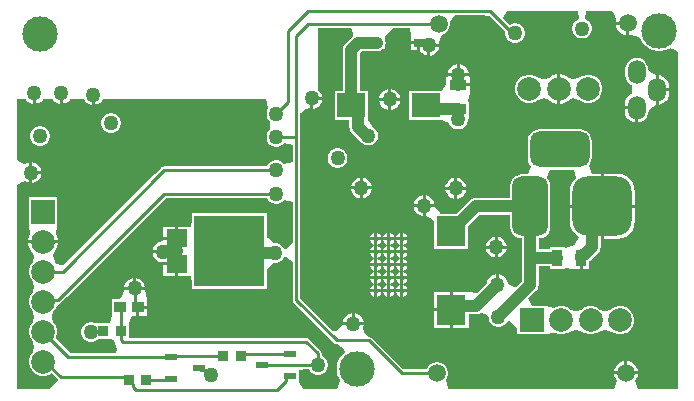
<source format=gbr>
%TF.GenerationSoftware,Altium Limited,Altium Designer,23.4.1 (23)*%
G04 Layer_Physical_Order=4*
G04 Layer_Color=16711680*
%FSLAX45Y45*%
%MOMM*%
%TF.SameCoordinates,95043EA5-DFE4-4E97-A360-3BE786514F03*%
%TF.FilePolarity,Positive*%
%TF.FileFunction,Copper,L4,Bot,Signal*%
%TF.Part,Single*%
G01*
G75*
%TA.AperFunction,SMDPad,CuDef*%
%ADD15R,0.95000X0.95000*%
%ADD18R,1.00000X0.95000*%
%TA.AperFunction,Conductor*%
%ADD22C,1.00000*%
%ADD23C,0.25400*%
%ADD25C,0.50000*%
%TA.AperFunction,ComponentPad*%
%ADD26C,2.00000*%
%ADD27R,2.00000X2.00000*%
%TA.AperFunction,ViaPad*%
%ADD28C,3.00000*%
%TA.AperFunction,ComponentPad*%
%ADD29O,1.50000X1.52400*%
%ADD30C,1.50000*%
%ADD31O,1.50000X2.00000*%
G04:AMPARAMS|DCode=32|XSize=5mm|YSize=3mm|CornerRadius=0.75mm|HoleSize=0mm|Usage=FLASHONLY|Rotation=180.000|XOffset=0mm|YOffset=0mm|HoleType=Round|Shape=RoundedRectangle|*
%AMROUNDEDRECTD32*
21,1,5.00000,1.50000,0,0,180.0*
21,1,3.50000,3.00000,0,0,180.0*
1,1,1.50000,-1.75000,0.75000*
1,1,1.50000,1.75000,0.75000*
1,1,1.50000,1.75000,-0.75000*
1,1,1.50000,-1.75000,-0.75000*
%
%ADD32ROUNDEDRECTD32*%
G04:AMPARAMS|DCode=33|XSize=3mm|YSize=5mm|CornerRadius=0.75mm|HoleSize=0mm|Usage=FLASHONLY|Rotation=180.000|XOffset=0mm|YOffset=0mm|HoleType=Round|Shape=RoundedRectangle|*
%AMROUNDEDRECTD33*
21,1,3.00000,3.50000,0,0,180.0*
21,1,1.50000,5.00000,0,0,180.0*
1,1,1.50000,-0.75000,1.75000*
1,1,1.50000,0.75000,1.75000*
1,1,1.50000,0.75000,-1.75000*
1,1,1.50000,-0.75000,-1.75000*
%
%ADD33ROUNDEDRECTD33*%
G04:AMPARAMS|DCode=34|XSize=5mm|YSize=5mm|CornerRadius=1.25mm|HoleSize=0mm|Usage=FLASHONLY|Rotation=180.000|XOffset=0mm|YOffset=0mm|HoleType=Round|Shape=RoundedRectangle|*
%AMROUNDEDRECTD34*
21,1,5.00000,2.50000,0,0,180.0*
21,1,2.50000,5.00000,0,0,180.0*
1,1,2.50000,-1.25000,1.25000*
1,1,2.50000,1.25000,1.25000*
1,1,2.50000,1.25000,-1.25000*
1,1,2.50000,-1.25000,-1.25000*
%
%ADD34ROUNDEDRECTD34*%
%ADD35R,2.00000X2.00000*%
%TA.AperFunction,ViaPad*%
%ADD36C,1.27000*%
%ADD37C,0.50000*%
%TA.AperFunction,SMDPad,CuDef*%
%ADD38R,6.00000X6.00000*%
%ADD39R,1.80000X1.50000*%
%ADD40R,2.45000X2.55000*%
%ADD41R,1.45000X0.85000*%
%ADD42R,0.85000X1.45000*%
%ADD43R,0.85000X0.70000*%
%ADD44R,2.40000X2.10000*%
%ADD45R,1.00000X0.60000*%
G36*
X5106501Y3229230D02*
X5128473Y3180000D01*
X5125274Y3172277D01*
X5123337Y3157567D01*
X5223089D01*
Y3144867D01*
X5235789D01*
Y3044072D01*
X5249299Y3045851D01*
X5251878Y3046919D01*
X5291312Y3038200D01*
X5310774Y3029706D01*
X5333497Y3013601D01*
X5339348Y2999475D01*
X5357952Y2971632D01*
X5381631Y2947953D01*
X5409475Y2929348D01*
X5440413Y2916533D01*
X5473257Y2910000D01*
X5506743D01*
X5539587Y2916533D01*
X5570525Y2929348D01*
X5580000Y2935679D01*
X5634578Y2914736D01*
X5650000Y2900589D01*
Y50000D01*
X5315715D01*
X5294954Y87775D01*
X5287699Y120000D01*
X5297699Y133033D01*
X5307816Y157457D01*
X5309752Y172167D01*
X5110248D01*
X5112184Y157457D01*
X5122301Y133033D01*
X5132301Y120000D01*
X5125046Y87775D01*
X5104285Y50000D01*
X3708427D01*
X3705905Y53395D01*
X3684350Y120000D01*
X3686019Y121669D01*
X3698525Y143331D01*
X3705000Y167493D01*
Y192507D01*
X3698525Y216668D01*
X3686019Y238331D01*
X3668331Y256019D01*
X3646668Y268525D01*
X3622507Y275000D01*
X3597493D01*
X3573331Y268525D01*
X3551669Y256019D01*
X3533981Y238331D01*
X3521474Y216668D01*
X3520582Y213341D01*
X3323810D01*
X3107172Y429979D01*
X3057675Y479477D01*
X3057674Y479477D01*
X3053576Y483575D01*
X3042759Y490802D01*
X3036811Y491986D01*
X3001600Y513097D01*
X2981488Y563341D01*
X2982842Y565686D01*
X2988633Y587300D01*
X2809961D01*
X2755667Y539804D01*
X2755353Y539672D01*
X2735451Y535448D01*
X2729156Y537994D01*
X2453341Y813810D01*
Y2084672D01*
X2453341Y2154672D01*
Y2205328D01*
D01*
X2453341Y2224672D01*
Y2386290D01*
X2455249Y2388674D01*
X2503727Y2419543D01*
X2523341Y2425107D01*
X2537300Y2421367D01*
Y2510000D01*
X2550000D01*
Y2522700D01*
X2638633D01*
X2632842Y2544314D01*
X2621138Y2564586D01*
X2604586Y2581138D01*
X2600000Y2583786D01*
Y3106660D01*
X2882492D01*
X2901702Y3058171D01*
X2901875Y3036659D01*
X2893656Y3030353D01*
X2835077Y2971774D01*
X2823857Y2957151D01*
X2816803Y2940123D01*
X2814397Y2921849D01*
Y2575004D01*
X2745001D01*
Y2325004D01*
X2867152D01*
Y2265626D01*
X2869558Y2247353D01*
X2876611Y2230324D01*
X2887831Y2215702D01*
X2954744Y2148789D01*
X2961183Y2143848D01*
X2962090Y2142278D01*
X2977636Y2126731D01*
X2996677Y2115738D01*
X3017914Y2110048D01*
X3039899D01*
X3061136Y2115738D01*
X3080177Y2126731D01*
X3095723Y2142278D01*
X3106716Y2161318D01*
X3112407Y2182555D01*
Y2204541D01*
X3106716Y2225778D01*
X3095723Y2244818D01*
X3080177Y2260365D01*
X3062534Y2270550D01*
X3025001Y2325004D01*
Y2575004D01*
X2955605D01*
Y2892604D01*
X2972825Y2909824D01*
X3105001D01*
X3123275Y2912230D01*
X3140303Y2919283D01*
X3148311Y2925428D01*
X3167502D01*
X3172755Y2961083D01*
X3173199Y2962155D01*
X3175604Y2980412D01*
X3175606Y2980428D01*
X3173199Y2998702D01*
X3172755Y2999774D01*
X3167501Y3035428D01*
X3167468Y3036659D01*
X3235594Y3106660D01*
X3377039D01*
X3387103Y3040828D01*
X3387103Y3036659D01*
Y2993128D01*
X3455002D01*
Y2980428D01*
X3467702D01*
Y2907423D01*
X3468862Y2905414D01*
X3485414Y2888862D01*
X3505686Y2877158D01*
X3527300Y2871367D01*
Y2960000D01*
X3540000D01*
Y2972700D01*
X3628633D01*
X3628017Y2975000D01*
X3631572Y3007831D01*
X3658659Y3049773D01*
X3665202Y3054617D01*
X3681420Y3063981D01*
X3699108Y3081669D01*
X3711615Y3103332D01*
X3718089Y3127493D01*
Y3152507D01*
X3756096Y3207476D01*
X3769355Y3216660D01*
X3987707D01*
X4054334Y3208516D01*
X4119006Y3143844D01*
Y3143843D01*
X4119006Y3143843D01*
X4119006Y3143843D01*
X4119006Y3143842D01*
X4184600Y3078249D01*
Y3078249D01*
X4184601Y3078248D01*
X4185601Y3062846D01*
X4186500Y3049007D01*
X4192189Y3027774D01*
X4192190Y3027770D01*
X4203183Y3008730D01*
X4218730Y2993183D01*
X4237770Y2982190D01*
X4259007Y2976500D01*
X4280993D01*
X4302230Y2982190D01*
X4321270Y2993183D01*
X4336817Y3008730D01*
X4347810Y3027770D01*
X4353500Y3049007D01*
Y3070993D01*
X4347810Y3092230D01*
X4336817Y3111270D01*
X4321270Y3126817D01*
X4302230Y3137810D01*
X4280993Y3143500D01*
X4259007D01*
X4237770Y3137810D01*
X4229063Y3132782D01*
X4226087Y3131065D01*
X4171822Y3185329D01*
X4198610Y3250000D01*
X4806729D01*
X4815635Y3182354D01*
X4807770Y3177810D01*
X4788730Y3166817D01*
X4773183Y3151270D01*
X4762190Y3132230D01*
X4756500Y3110993D01*
Y3089007D01*
X4762190Y3067770D01*
X4773183Y3048730D01*
X4788730Y3033183D01*
X4807770Y3022190D01*
X4829007Y3016500D01*
X4850993D01*
X4872230Y3022190D01*
X4891270Y3033183D01*
X4906817Y3048730D01*
X4917810Y3067770D01*
X4923500Y3089007D01*
Y3110993D01*
X4917810Y3132230D01*
X4906817Y3151270D01*
X4891270Y3166817D01*
X4880961Y3172769D01*
X4872230Y3177810D01*
X4864365Y3182354D01*
X4873271Y3250000D01*
X5088055D01*
X5106501Y3229230D01*
D02*
G37*
G36*
X442700Y2461367D02*
X464314Y2467158D01*
X484586Y2478862D01*
X501138Y2495414D01*
X503785Y2500000D01*
X620441D01*
X628862Y2485414D01*
X645414Y2468862D01*
X665686Y2457158D01*
X687300Y2451367D01*
Y2540000D01*
X712700D01*
Y2451367D01*
X734314Y2457158D01*
X754586Y2468862D01*
X771138Y2485414D01*
X779559Y2500000D01*
X2158022D01*
X2158229Y2499730D01*
X2183183Y2431270D01*
X2172190Y2412230D01*
X2166500Y2390993D01*
Y2369007D01*
X2172190Y2347770D01*
X2183183Y2328730D01*
X2192204Y2319709D01*
X2192240Y2319621D01*
X2195772Y2280000D01*
X2192240Y2240379D01*
X2192204Y2240291D01*
X2183183Y2231270D01*
X2172190Y2212230D01*
X2166500Y2190993D01*
Y2169007D01*
X2172190Y2147770D01*
X2183183Y2128730D01*
X2198730Y2113183D01*
X2217770Y2102190D01*
X2239007Y2096500D01*
X2260993D01*
X2282230Y2102190D01*
X2301270Y2113183D01*
X2316659Y2128572D01*
X2317403Y2128570D01*
X2386659Y2109701D01*
Y1970299D01*
X2317403Y1951430D01*
X2316659Y1951428D01*
X2301270Y1966817D01*
X2282230Y1977810D01*
X2260993Y1983500D01*
X2239007D01*
X2217770Y1977810D01*
X2198730Y1966817D01*
X2183183Y1951270D01*
X2172832Y1933341D01*
X1375797D01*
X1305797Y1933341D01*
X1305796Y1933341D01*
X1300000D01*
X1287241Y1930803D01*
X1276425Y1923575D01*
X1272326Y1919477D01*
X1272326Y1919477D01*
X1222828Y1869979D01*
X455464Y1102615D01*
X441214Y1099648D01*
X385495Y1109595D01*
X357298Y1174477D01*
X365493Y1209153D01*
X375347Y1219007D01*
X391856Y1247602D01*
X400402Y1279495D01*
Y1283304D01*
X275002D01*
X149602D01*
Y1279495D01*
X158148Y1247602D01*
X174657Y1219007D01*
X184511Y1209153D01*
X193673Y1170385D01*
X185399Y1122107D01*
X178978Y1115686D01*
X163180Y1088322D01*
X155002Y1057802D01*
Y1026206D01*
X163180Y995686D01*
X178978Y968322D01*
X189352Y957948D01*
X196305Y915004D01*
X189352Y872060D01*
X178978Y861686D01*
X163180Y834322D01*
X155002Y803802D01*
Y772206D01*
X163180Y741686D01*
X178978Y714322D01*
X189352Y703948D01*
X196305Y661004D01*
X189352Y618060D01*
X178978Y607686D01*
X163180Y580322D01*
X155002Y549802D01*
Y518206D01*
X163180Y487686D01*
X178978Y460322D01*
X189352Y449948D01*
X196305Y407004D01*
X189352Y364060D01*
X178978Y353686D01*
X163180Y326322D01*
X155002Y295802D01*
Y264206D01*
X163180Y233686D01*
X178978Y206322D01*
X201320Y183980D01*
X228683Y168182D01*
X259203Y160004D01*
X290800D01*
X321320Y168182D01*
X342655Y180500D01*
X345632Y182218D01*
X397326Y130523D01*
X398268Y120000D01*
X337197Y50000D01*
X50000D01*
Y1775281D01*
X100103Y1801002D01*
X120000Y1806215D01*
X135686Y1797158D01*
X157300Y1791367D01*
Y1880000D01*
Y1968633D01*
X135686Y1962842D01*
X120000Y1953786D01*
X100103Y1958998D01*
X50000Y1984719D01*
Y2500000D01*
X126215D01*
X128862Y2495414D01*
X145414Y2478862D01*
X165686Y2467158D01*
X187300Y2461367D01*
Y2550000D01*
X212700D01*
Y2461367D01*
X234314Y2467158D01*
X254586Y2478862D01*
X271138Y2495414D01*
X273786Y2500000D01*
X356214D01*
X358862Y2495414D01*
X375414Y2478862D01*
X395686Y2467158D01*
X417300Y2461367D01*
Y2550000D01*
X442700D01*
Y2461367D01*
D02*
G37*
G36*
X2183183Y1648730D02*
X2198730Y1633183D01*
X2217770Y1622190D01*
X2239007Y1616500D01*
X2260993D01*
X2282230Y1622190D01*
X2301270Y1633183D01*
X2316659Y1648572D01*
X2317403Y1648570D01*
X2386659Y1629701D01*
Y1280741D01*
X2335329Y1235668D01*
X2335329Y1235667D01*
X2335328D01*
Y1235668D01*
X2317810Y1232230D01*
X2317027Y1233585D01*
X2306817Y1251270D01*
X2291270Y1266817D01*
X2272230Y1277809D01*
X2250993Y1283500D01*
X2229007D01*
X2179566Y1326177D01*
X2172508Y1338280D01*
Y1535000D01*
X1532508D01*
Y1488920D01*
X1522898Y1422900D01*
X1462508Y1422900D01*
X1420199D01*
Y1322501D01*
X1407499D01*
Y1309801D01*
X1292099D01*
Y1298900D01*
X1278296D01*
X1255686Y1292842D01*
X1235414Y1281138D01*
X1218862Y1264586D01*
X1207158Y1244314D01*
X1201367Y1222700D01*
X1290000D01*
Y1197300D01*
X1201367D01*
X1207158Y1175686D01*
X1218862Y1155414D01*
X1235414Y1138862D01*
X1255686Y1127159D01*
X1278296Y1121100D01*
X1292099D01*
Y1120200D01*
X1407499D01*
Y1107500D01*
X1420199D01*
Y1007100D01*
X1462508D01*
X1522898Y1007100D01*
X1532508Y941080D01*
Y895000D01*
X2172508D01*
Y1061719D01*
X2179566Y1073823D01*
X2229007Y1116500D01*
X2250993D01*
X2272230Y1122190D01*
X2291270Y1133183D01*
X2306817Y1148730D01*
X2317027Y1166414D01*
X2317810Y1167770D01*
X2335328Y1164332D01*
Y1164332D01*
X2335329D01*
Y1164332D01*
X2386659Y1119259D01*
Y875797D01*
X2386659Y805797D01*
X2386659Y805796D01*
Y800000D01*
X2389197Y787241D01*
X2396425Y776424D01*
X2400523Y772326D01*
X2400523Y772325D01*
X2450021Y722828D01*
X2682828Y490021D01*
X2710556Y462292D01*
X2732325Y440523D01*
X2732327Y440522D01*
X2736424Y436424D01*
X2736425Y436424D01*
X2747241Y429197D01*
X2747245Y429197D01*
X2760000Y426659D01*
X2765797Y426659D01*
X2819346Y386943D01*
X2828533Y356659D01*
X2821631Y352048D01*
X2797952Y328369D01*
X2779348Y300525D01*
X2766533Y269587D01*
X2760000Y236743D01*
Y203257D01*
X2766533Y170413D01*
X2779348Y139475D01*
X2792361Y120000D01*
X2784058Y88712D01*
X2760589Y50000D01*
X2474138D01*
X2437926Y105001D01*
X2437926Y205000D01*
X2503095Y216659D01*
X2522832D01*
X2533183Y198730D01*
X2548730Y183183D01*
X2567770Y172190D01*
X2589007Y166500D01*
X2610993D01*
X2632230Y172190D01*
X2651270Y183183D01*
X2666817Y198730D01*
X2677809Y217770D01*
X2683500Y239007D01*
Y260993D01*
X2677809Y282230D01*
X2666817Y301270D01*
X2651270Y316817D01*
X2647209Y319162D01*
X2633340Y348423D01*
X2633341Y350000D01*
X2633340Y350001D01*
X2630803Y362759D01*
X2630800Y362763D01*
X2623575Y373576D01*
X2619476Y377675D01*
X2619476Y377675D01*
X2527675Y469476D01*
Y469477D01*
X2527671Y469480D01*
X2523575Y473575D01*
X2512762Y480800D01*
X2512759Y480803D01*
X2500001Y483341D01*
X2500000Y483341D01*
X2494205Y483341D01*
X2494203Y483341D01*
X2463417Y483341D01*
X2424203D01*
X1002501D01*
Y597100D01*
X1002501Y607499D01*
X1027606Y667100D01*
X1062299Y667100D01*
Y740001D01*
X1074999D01*
Y752701D01*
X1150399D01*
Y812900D01*
X1150399D01*
X1137454Y882900D01*
X1138633Y887300D01*
X961367D01*
X963992Y877501D01*
X943803Y835568D01*
X922038Y807500D01*
X854997D01*
Y676464D01*
X854819Y671541D01*
X842929Y607499D01*
X797500Y607499D01*
X717499D01*
X717499Y607499D01*
X690993Y613500D01*
X669009Y613500D01*
X669007Y613500D01*
X647770Y607810D01*
X628730Y596817D01*
X613183Y581270D01*
X602190Y562230D01*
X596500Y540993D01*
Y519007D01*
X602190Y497770D01*
X613183Y478730D01*
X628730Y463183D01*
X647770Y452190D01*
X669007Y446500D01*
X690993D01*
X712230Y452190D01*
X731270Y463183D01*
X740586Y472499D01*
X837215Y472499D01*
X841558Y471993D01*
X872950Y462094D01*
X876596Y460240D01*
X902473Y381570D01*
X893549Y364859D01*
X885387Y353341D01*
X502816D01*
X380106Y476050D01*
X381653Y478729D01*
X386824Y487686D01*
X395002Y518206D01*
Y549802D01*
X386824Y580322D01*
X371026Y607686D01*
X360651Y618060D01*
X353699Y661004D01*
X360651Y703948D01*
X371026Y714322D01*
X380655Y731000D01*
X428382Y781231D01*
X477879Y830729D01*
X1313810Y1666659D01*
X2172832D01*
X2183183Y1648730D01*
D02*
G37*
%LPC*%
G36*
X5210389Y3132167D02*
X5123337D01*
X5125274Y3117457D01*
X5135390Y3093033D01*
X5151483Y3072060D01*
X5172456Y3055967D01*
X5196880Y3045851D01*
X5210389Y3044072D01*
Y3132167D01*
D02*
G37*
G36*
X3442302Y2967728D02*
X3387103D01*
Y2920028D01*
X3442302D01*
Y2967728D01*
D02*
G37*
G36*
X3628633Y2947300D02*
X3552700D01*
Y2871367D01*
X3574314Y2877158D01*
X3594586Y2888862D01*
X3611138Y2905414D01*
X3622842Y2925686D01*
X3628633Y2947300D01*
D02*
G37*
G36*
X3802700Y2798633D02*
Y2722700D01*
X3878633D01*
X3872842Y2744314D01*
X3861138Y2764586D01*
X3844586Y2781138D01*
X3824314Y2792842D01*
X3802700Y2798633D01*
D02*
G37*
G36*
X3777300D02*
X3755686Y2792842D01*
X3735414Y2781138D01*
X3718862Y2764586D01*
X3707158Y2744314D01*
X3701367Y2722700D01*
X3777300D01*
Y2798633D01*
D02*
G37*
G36*
X4627300Y2715400D02*
X4623491D01*
X4591598Y2706854D01*
X4563003Y2690345D01*
X4555685Y2683027D01*
X4515917Y2671983D01*
X4467567Y2682138D01*
X4463682Y2686024D01*
X4436319Y2701822D01*
X4405798Y2710000D01*
X4374202D01*
X4343682Y2701822D01*
X4316318Y2686024D01*
X4293976Y2663682D01*
X4278178Y2636318D01*
X4270000Y2605798D01*
Y2574202D01*
X4278178Y2543681D01*
X4293976Y2516318D01*
X4316318Y2493976D01*
X4343682Y2478178D01*
X4374202Y2470000D01*
X4405798D01*
X4436319Y2478178D01*
X4463682Y2493976D01*
X4467567Y2497861D01*
X4515917Y2508017D01*
X4555685Y2496973D01*
X4563003Y2489655D01*
X4591598Y2473146D01*
X4623491Y2464600D01*
X4627300D01*
Y2590000D01*
Y2715400D01*
D02*
G37*
G36*
X5487699Y2704595D02*
Y2592700D01*
X5576266D01*
Y2605000D01*
X5572816Y2631210D01*
X5562699Y2655633D01*
X5546606Y2676607D01*
X5525633Y2692699D01*
X5501210Y2702816D01*
X5487699Y2704595D01*
D02*
G37*
G36*
X3222700Y2588633D02*
Y2512700D01*
X3298633D01*
X3292842Y2534314D01*
X3281138Y2554586D01*
X3264586Y2571138D01*
X3244314Y2582842D01*
X3222700Y2588633D01*
D02*
G37*
G36*
X3197300D02*
X3175686Y2582842D01*
X3155414Y2571138D01*
X3138862Y2554586D01*
X3127158Y2534314D01*
X3121367Y2512700D01*
X3197300D01*
Y2588633D01*
D02*
G37*
G36*
X4656509Y2715400D02*
X4652700D01*
Y2590000D01*
Y2464600D01*
X4656509D01*
X4688403Y2473146D01*
X4716997Y2489655D01*
X4724316Y2496973D01*
X4764083Y2508017D01*
X4812433Y2497861D01*
X4816318Y2493976D01*
X4843682Y2478178D01*
X4874202Y2470000D01*
X4905798D01*
X4936319Y2478178D01*
X4963682Y2493976D01*
X4986024Y2516318D01*
X5001822Y2543681D01*
X5010000Y2574202D01*
Y2605798D01*
X5001822Y2636318D01*
X4986024Y2663682D01*
X4963682Y2686024D01*
X4936319Y2701822D01*
X4905798Y2710000D01*
X4874202D01*
X4843682Y2701822D01*
X4816318Y2686024D01*
X4812433Y2682138D01*
X4764083Y2671983D01*
X4724316Y2683027D01*
X4716997Y2690345D01*
X4688403Y2706854D01*
X4656509Y2715400D01*
D02*
G37*
G36*
X5576266Y2567300D02*
X5487699D01*
Y2455406D01*
X5501210Y2457184D01*
X5525633Y2467301D01*
X5546606Y2483394D01*
X5562699Y2504367D01*
X5572816Y2528790D01*
X5576266Y2555000D01*
Y2567300D01*
D02*
G37*
G36*
X2638633Y2497300D02*
X2562700D01*
Y2421367D01*
X2584314Y2427158D01*
X2604586Y2438862D01*
X2621138Y2455414D01*
X2632842Y2475686D01*
X2638633Y2497300D01*
D02*
G37*
G36*
X3298633Y2487300D02*
X3222700D01*
Y2411367D01*
X3244314Y2417158D01*
X3264586Y2428862D01*
X3281138Y2445414D01*
X3292842Y2465686D01*
X3298633Y2487300D01*
D02*
G37*
G36*
X3197300D02*
X3121367D01*
X3127158Y2465686D01*
X3138862Y2445414D01*
X3155414Y2428862D01*
X3175686Y2417158D01*
X3197300Y2411367D01*
Y2487300D01*
D02*
G37*
G36*
X5300000Y2850820D02*
X5275200Y2847555D01*
X5252090Y2837982D01*
X5232245Y2822755D01*
X5217018Y2802910D01*
X5207445Y2779800D01*
X5204180Y2755000D01*
Y2705000D01*
X5207445Y2680200D01*
X5217018Y2657090D01*
X5232245Y2637245D01*
X5252090Y2622018D01*
X5259204Y2619071D01*
X5262734Y2603034D01*
X5261797Y2556693D01*
X5259436Y2546870D01*
X5249367Y2542700D01*
X5228394Y2526607D01*
X5212301Y2505634D01*
X5202184Y2481210D01*
X5198734Y2455000D01*
Y2442700D01*
X5300000D01*
Y2430000D01*
X5312700D01*
Y2305406D01*
X5326210Y2307184D01*
X5350633Y2317301D01*
X5371606Y2333394D01*
X5387699Y2354367D01*
X5397815Y2378790D01*
X5401266Y2405000D01*
X5411891Y2416667D01*
X5462299Y2448553D01*
Y2580000D01*
Y2707162D01*
X5416711Y2734419D01*
X5395819Y2755001D01*
X5392554Y2779800D01*
X5382982Y2802910D01*
X5367754Y2822755D01*
X5347910Y2837982D01*
X5324800Y2847555D01*
X5300000Y2850820D01*
D02*
G37*
G36*
X5287300Y2417300D02*
X5198734D01*
Y2405000D01*
X5202184Y2378790D01*
X5212301Y2354367D01*
X5228394Y2333394D01*
X5249367Y2317301D01*
X5273790Y2307184D01*
X5287300Y2305406D01*
Y2417300D01*
D02*
G37*
G36*
X3879665Y2697300D02*
X3700335D01*
X3695043Y2690403D01*
X3690027D01*
Y2630496D01*
X3655002Y2575004D01*
X3620027Y2575004D01*
X3375003D01*
Y2325004D01*
X3655002D01*
X3713082Y2296225D01*
X3723183Y2278730D01*
X3738730Y2263183D01*
X3757770Y2252190D01*
X3779007Y2246500D01*
X3800993D01*
X3822230Y2252190D01*
X3841270Y2263183D01*
X3856817Y2278730D01*
X3864295Y2291682D01*
X3867810Y2297770D01*
X3867812Y2297781D01*
X3873501Y2319007D01*
X3880428Y2355000D01*
X3880427Y2355000D01*
Y2480000D01*
X3876107D01*
X3871990Y2484603D01*
X3885827Y2554603D01*
X3885827D01*
Y2609803D01*
X3787927D01*
Y2635203D01*
X3885827D01*
Y2690403D01*
X3884957D01*
X3879665Y2697300D01*
D02*
G37*
G36*
X2778493Y2086000D02*
X2756507D01*
X2735270Y2080310D01*
X2716230Y2069317D01*
X2700683Y2053770D01*
X2689690Y2034730D01*
X2684000Y2013493D01*
Y1991507D01*
X2689690Y1970270D01*
X2700683Y1951230D01*
X2716230Y1935683D01*
X2735270Y1924690D01*
X2756507Y1919000D01*
X2778493D01*
X2799730Y1924690D01*
X2818770Y1935683D01*
X2834317Y1951230D01*
X2845310Y1970270D01*
X2851000Y1991507D01*
Y2013493D01*
X2845310Y2034730D01*
X2834317Y2053770D01*
X2818770Y2069317D01*
X2799730Y2080310D01*
X2778493Y2086000D01*
D02*
G37*
G36*
X2982700Y1838633D02*
Y1762700D01*
X3058633D01*
X3052841Y1784314D01*
X3041138Y1804586D01*
X3024586Y1821138D01*
X3004314Y1832842D01*
X2982700Y1838633D01*
D02*
G37*
G36*
X2957300D02*
X2935686Y1832842D01*
X2915414Y1821138D01*
X2898862Y1804586D01*
X2887158Y1784314D01*
X2881367Y1762700D01*
X2957300D01*
Y1838633D01*
D02*
G37*
G36*
X3782700Y1837133D02*
Y1761200D01*
X3858633D01*
X3852842Y1782814D01*
X3841138Y1803086D01*
X3824586Y1819638D01*
X3804314Y1831342D01*
X3782700Y1837133D01*
D02*
G37*
G36*
X3757300D02*
X3735686Y1831342D01*
X3715414Y1819638D01*
X3698862Y1803086D01*
X3687158Y1782814D01*
X3681367Y1761200D01*
X3757300D01*
Y1837133D01*
D02*
G37*
G36*
X3058633Y1737300D02*
X2982700D01*
Y1661367D01*
X3004314Y1667158D01*
X3024586Y1678862D01*
X3041138Y1695414D01*
X3052841Y1715686D01*
X3058633Y1737300D01*
D02*
G37*
G36*
X2957300D02*
X2881367D01*
X2887158Y1715686D01*
X2898862Y1695414D01*
X2915414Y1678862D01*
X2935686Y1667158D01*
X2957300Y1661367D01*
Y1737300D01*
D02*
G37*
G36*
X3858633Y1735800D02*
X3782700D01*
Y1659867D01*
X3804314Y1665658D01*
X3824586Y1677362D01*
X3841138Y1693914D01*
X3852842Y1714186D01*
X3858633Y1735800D01*
D02*
G37*
G36*
X3757300D02*
X3681367D01*
X3687158Y1714186D01*
X3698862Y1693914D01*
X3715414Y1677362D01*
X3735686Y1665658D01*
X3757300Y1659867D01*
Y1735800D01*
D02*
G37*
G36*
X3512700Y1688633D02*
Y1612700D01*
X3588633D01*
X3582842Y1634314D01*
X3571138Y1654586D01*
X3554586Y1671138D01*
X3534314Y1682842D01*
X3512700Y1688633D01*
D02*
G37*
G36*
X3487300D02*
X3465686Y1682842D01*
X3445414Y1671138D01*
X3428862Y1654586D01*
X3417159Y1634314D01*
X3411367Y1612700D01*
X3487300D01*
Y1688633D01*
D02*
G37*
G36*
X5134998Y1871074D02*
X5022698D01*
Y1607077D01*
X5286696D01*
Y1719376D01*
X5281527Y1758638D01*
X5266372Y1795225D01*
X5242264Y1826643D01*
X5210847Y1850750D01*
X5174260Y1865905D01*
X5134998Y1871074D01*
D02*
G37*
G36*
X4824998Y2247696D02*
X4474998D01*
X4450198Y2244431D01*
X4427088Y2234858D01*
X4407243Y2219631D01*
X4392016Y2199786D01*
X4382443Y2176676D01*
X4379178Y2151876D01*
Y2001876D01*
X4382443Y1977076D01*
X4392016Y1953966D01*
X4406419Y1935196D01*
X4405742Y1930009D01*
X4382081Y1865196D01*
X4324998D01*
X4300198Y1861931D01*
X4277088Y1852358D01*
X4257243Y1837131D01*
X4242015Y1817286D01*
X4232443Y1794176D01*
X4229178Y1769376D01*
Y1664980D01*
X3941876D01*
X3923603Y1662574D01*
X3906574Y1655521D01*
X3891952Y1644300D01*
X3777651Y1530000D01*
X3643068D01*
X3631154Y1537059D01*
X3589722Y1587300D01*
X3512700D01*
Y1511367D01*
X3517500Y1512653D01*
X3565357Y1487904D01*
X3587500Y1467036D01*
Y1235000D01*
X3872500D01*
Y1425151D01*
X3971121Y1523772D01*
X4229178D01*
Y1419376D01*
X4232443Y1394576D01*
X4242015Y1371466D01*
X4257243Y1351621D01*
X4277088Y1336394D01*
X4300198Y1326821D01*
X4324998Y1323556D01*
X4329394D01*
Y1140000D01*
Y959242D01*
X4275795Y905644D01*
X4260618Y908515D01*
X4208900Y937744D01*
Y941704D01*
X4202841Y964314D01*
X4191138Y984586D01*
X4174586Y1001138D01*
X4154314Y1012842D01*
X4132700Y1018633D01*
Y930000D01*
X4107300D01*
Y1018633D01*
X4085686Y1012842D01*
X4065414Y1001138D01*
X4048862Y984586D01*
X4037158Y964314D01*
X4031100Y941704D01*
Y940949D01*
X3947900Y857749D01*
X3877900Y870400D01*
Y870400D01*
X3742699D01*
Y717500D01*
Y564600D01*
X3877900D01*
Y683317D01*
X3943921D01*
X3962195Y685723D01*
X3979223Y692777D01*
X3980034Y693399D01*
X4021938Y679273D01*
X4046500Y657656D01*
Y649007D01*
X4052191Y627770D01*
X4063183Y608730D01*
X4078730Y593183D01*
X4097770Y582190D01*
X4119007Y576500D01*
X4140993D01*
X4162230Y582190D01*
X4181270Y593183D01*
X4196817Y608730D01*
X4207810Y627770D01*
X4220050Y628814D01*
X4290000Y567220D01*
Y510000D01*
X4513161D01*
X4530000Y510000D01*
X4600000Y526077D01*
X4613682Y518178D01*
X4644202Y510000D01*
X4675798D01*
X4706319Y518178D01*
X4733682Y533976D01*
X4741520Y541815D01*
X4785000Y550518D01*
X4828480Y541815D01*
X4836318Y533976D01*
X4863682Y518178D01*
X4894202Y510000D01*
X4925798D01*
X4956319Y518178D01*
X4983682Y533976D01*
X4991520Y541815D01*
X5035000Y550518D01*
X5078480Y541815D01*
X5086318Y533976D01*
X5113682Y518178D01*
X5144202Y510000D01*
X5175798D01*
X5206319Y518178D01*
X5233682Y533976D01*
X5256024Y556318D01*
X5271822Y583682D01*
X5280000Y614202D01*
Y645798D01*
X5271822Y676318D01*
X5256024Y703682D01*
X5233682Y726024D01*
X5206319Y741822D01*
X5175798Y750000D01*
X5144202D01*
X5113682Y741822D01*
X5086318Y726024D01*
X5078480Y718186D01*
X5035000Y709482D01*
X4991520Y718186D01*
X4983682Y726024D01*
X4956319Y741822D01*
X4925798Y750000D01*
X4894202D01*
X4863682Y741822D01*
X4836318Y726024D01*
X4828480Y718186D01*
X4785000Y709482D01*
X4741520Y718186D01*
X4733682Y726024D01*
X4706319Y741822D01*
X4675798Y750000D01*
X4644202D01*
X4613682Y741822D01*
X4600000Y733923D01*
X4530000Y750000D01*
X4513161Y750000D01*
X4411308D01*
X4384521Y814671D01*
X4449922Y880073D01*
X4461142Y894695D01*
X4468196Y911724D01*
X4470601Y929997D01*
Y1089397D01*
X4564999D01*
Y1067501D01*
X4689999D01*
Y1071820D01*
X4694602Y1075937D01*
X4764603Y1062100D01*
Y1062100D01*
X4819802D01*
Y1160001D01*
X4845202D01*
Y1062100D01*
X4900403D01*
Y1129104D01*
X4904927Y1132576D01*
X4975381Y1203030D01*
X4986602Y1217653D01*
X4993655Y1234681D01*
X4996061Y1252955D01*
Y1317678D01*
X4997298D01*
Y1581677D01*
X4733300D01*
Y1469376D01*
X4738469Y1430114D01*
X4753624Y1393527D01*
X4777731Y1362110D01*
X4809149Y1338002D01*
X4778726Y1276966D01*
X4772877Y1269071D01*
X4728474Y1250880D01*
X4694602Y1244297D01*
X4689999Y1248290D01*
Y1252500D01*
X4564999D01*
Y1230604D01*
X4470601D01*
Y1323556D01*
X4474997D01*
X4499797Y1326821D01*
X4522907Y1336394D01*
X4542752Y1351621D01*
X4557980Y1371466D01*
X4567552Y1394576D01*
X4570817Y1419376D01*
Y1769376D01*
X4567552Y1794176D01*
X4557980Y1817286D01*
X4543577Y1836056D01*
X4544254Y1841243D01*
X4567914Y1906056D01*
X4766237D01*
X4789999Y1836056D01*
X4777731Y1826643D01*
X4753624Y1795225D01*
X4738469Y1758638D01*
X4733300Y1719376D01*
Y1607077D01*
X4997298D01*
Y1871074D01*
X4925575D01*
X4904216Y1912103D01*
X4898088Y1941074D01*
X4907980Y1953966D01*
X4917553Y1977076D01*
X4920818Y2001876D01*
Y2151876D01*
X4917553Y2176676D01*
X4907980Y2199786D01*
X4892753Y2219631D01*
X4872908Y2234858D01*
X4849798Y2244431D01*
X4824998Y2247696D01*
D02*
G37*
G36*
X3487300Y1587300D02*
X3411367D01*
X3417159Y1565686D01*
X3428862Y1545414D01*
X3445414Y1528862D01*
X3465686Y1517159D01*
X3487300Y1511367D01*
Y1587300D01*
D02*
G37*
G36*
X3322699Y1369290D02*
Y1332698D01*
X3359291D01*
X3352726Y1348548D01*
X3338549Y1362725D01*
X3322699Y1369290D01*
D02*
G37*
G36*
X3297299D02*
X3281450Y1362725D01*
X3267272Y1348548D01*
X3260707Y1332698D01*
X3297299D01*
Y1369290D01*
D02*
G37*
G36*
X3212702D02*
Y1332698D01*
X3249294D01*
X3242729Y1348548D01*
X3228551Y1362725D01*
X3212702Y1369290D01*
D02*
G37*
G36*
X3187302D02*
X3171453Y1362725D01*
X3157275Y1348548D01*
X3150710Y1332698D01*
X3187302D01*
Y1369290D01*
D02*
G37*
G36*
X3102700D02*
Y1332698D01*
X3139292D01*
X3132727Y1348548D01*
X3118549Y1362725D01*
X3102700Y1369290D01*
D02*
G37*
G36*
X3077300D02*
X3061450Y1362725D01*
X3047273Y1348548D01*
X3040708Y1332698D01*
X3077300D01*
Y1369290D01*
D02*
G37*
G36*
X5286696Y1581677D02*
X5022698D01*
Y1317678D01*
X5134998D01*
X5174260Y1322847D01*
X5210847Y1338002D01*
X5242264Y1362110D01*
X5266372Y1393527D01*
X5281527Y1430114D01*
X5286696Y1469376D01*
Y1581677D01*
D02*
G37*
G36*
X3359291Y1307298D02*
X3322699D01*
Y1270706D01*
X3338549Y1277272D01*
X3352726Y1291449D01*
X3359291Y1307298D01*
D02*
G37*
G36*
X3297299D02*
X3260707D01*
X3267272Y1291449D01*
X3281450Y1277272D01*
X3297299Y1270706D01*
Y1307298D01*
D02*
G37*
G36*
X3249294D02*
X3212702D01*
Y1270706D01*
X3228551Y1277272D01*
X3242729Y1291449D01*
X3249294Y1307298D01*
D02*
G37*
G36*
X3187302D02*
X3150710D01*
X3157275Y1291449D01*
X3171453Y1277272D01*
X3187302Y1270706D01*
Y1307298D01*
D02*
G37*
G36*
X3139292D02*
X3102700D01*
Y1270706D01*
X3118549Y1277272D01*
X3132727Y1291449D01*
X3139292Y1307298D01*
D02*
G37*
G36*
X3077300D02*
X3040708D01*
X3047273Y1291449D01*
X3061450Y1277272D01*
X3077300Y1270706D01*
Y1307298D01*
D02*
G37*
G36*
X4122700Y1338633D02*
Y1262700D01*
X4198633D01*
X4192841Y1284314D01*
X4181138Y1304586D01*
X4164586Y1321138D01*
X4144314Y1332842D01*
X4122700Y1338633D01*
D02*
G37*
G36*
X4097300D02*
X4075686Y1332842D01*
X4055414Y1321138D01*
X4038862Y1304586D01*
X4027158Y1284314D01*
X4021367Y1262700D01*
X4097300D01*
Y1338633D01*
D02*
G37*
G36*
X3322699Y1259293D02*
Y1222701D01*
X3359291D01*
X3352726Y1238550D01*
X3338549Y1252728D01*
X3322699Y1259293D01*
D02*
G37*
G36*
X3297299D02*
X3281450Y1252728D01*
X3267272Y1238550D01*
X3260707Y1222701D01*
X3297299D01*
Y1259293D01*
D02*
G37*
G36*
X3212702D02*
Y1222701D01*
X3249294D01*
X3242729Y1238550D01*
X3228551Y1252728D01*
X3212702Y1259293D01*
D02*
G37*
G36*
X3187302D02*
X3171453Y1252728D01*
X3157275Y1238550D01*
X3150710Y1222701D01*
X3187302D01*
Y1259293D01*
D02*
G37*
G36*
X3102700D02*
Y1222701D01*
X3139292D01*
X3132727Y1238550D01*
X3118549Y1252728D01*
X3102700Y1259293D01*
D02*
G37*
G36*
X3077300D02*
X3061450Y1252728D01*
X3047273Y1238550D01*
X3040708Y1222701D01*
X3077300D01*
Y1259293D01*
D02*
G37*
G36*
X4198633Y1237300D02*
X4122700D01*
Y1161367D01*
X4144314Y1167158D01*
X4164586Y1178862D01*
X4181138Y1195414D01*
X4192841Y1215686D01*
X4198633Y1237300D01*
D02*
G37*
G36*
X4097300D02*
X4021367D01*
X4027158Y1215686D01*
X4038862Y1195414D01*
X4055414Y1178862D01*
X4075686Y1167158D01*
X4097300Y1161367D01*
Y1237300D01*
D02*
G37*
G36*
X3359291Y1197301D02*
X3322699D01*
Y1160709D01*
X3338549Y1167274D01*
X3352726Y1181452D01*
X3359291Y1197301D01*
D02*
G37*
G36*
X3297299D02*
X3260707D01*
X3267272Y1181452D01*
X3281450Y1167274D01*
X3297299Y1160709D01*
Y1197301D01*
D02*
G37*
G36*
X3249294D02*
X3212702D01*
Y1160709D01*
X3228551Y1167274D01*
X3242729Y1181452D01*
X3249294Y1197301D01*
D02*
G37*
G36*
X3187302D02*
X3150710D01*
X3157275Y1181452D01*
X3171453Y1167274D01*
X3187302Y1160709D01*
Y1197301D01*
D02*
G37*
G36*
X3139292D02*
X3102700D01*
Y1160709D01*
X3118549Y1167274D01*
X3132727Y1181452D01*
X3139292Y1197301D01*
D02*
G37*
G36*
X3077300D02*
X3040708D01*
X3047273Y1181452D01*
X3061450Y1167274D01*
X3077300Y1160709D01*
Y1197301D01*
D02*
G37*
G36*
X3322699Y1149291D02*
Y1112699D01*
X3359291D01*
X3352726Y1128548D01*
X3338549Y1142726D01*
X3322699Y1149291D01*
D02*
G37*
G36*
X3297299D02*
X3281450Y1142726D01*
X3267272Y1128548D01*
X3260707Y1112699D01*
X3297299D01*
Y1149291D01*
D02*
G37*
G36*
X3212702D02*
Y1112699D01*
X3249294D01*
X3242729Y1128548D01*
X3228551Y1142726D01*
X3212702Y1149291D01*
D02*
G37*
G36*
X3187302D02*
X3171453Y1142726D01*
X3157275Y1128548D01*
X3150710Y1112699D01*
X3187302D01*
Y1149291D01*
D02*
G37*
G36*
X3102700D02*
Y1112699D01*
X3139292D01*
X3132727Y1128548D01*
X3118549Y1142726D01*
X3102700Y1149291D01*
D02*
G37*
G36*
X3077300D02*
X3061450Y1142726D01*
X3047273Y1128548D01*
X3040708Y1112699D01*
X3077300D01*
Y1149291D01*
D02*
G37*
G36*
X3359291Y1087299D02*
X3322699D01*
Y1050707D01*
X3338549Y1057272D01*
X3352726Y1071449D01*
X3359291Y1087299D01*
D02*
G37*
G36*
X3297299D02*
X3260707D01*
X3267272Y1071449D01*
X3281450Y1057272D01*
X3297299Y1050707D01*
Y1087299D01*
D02*
G37*
G36*
X3249294D02*
X3212702D01*
Y1050707D01*
X3228551Y1057272D01*
X3242729Y1071449D01*
X3249294Y1087299D01*
D02*
G37*
G36*
X3187302D02*
X3150710D01*
X3157275Y1071449D01*
X3171453Y1057272D01*
X3187302Y1050707D01*
Y1087299D01*
D02*
G37*
G36*
X3139292D02*
X3102700D01*
Y1050707D01*
X3118549Y1057272D01*
X3132727Y1071449D01*
X3139292Y1087299D01*
D02*
G37*
G36*
X3077300D02*
X3040708D01*
X3047273Y1071449D01*
X3061450Y1057272D01*
X3077300Y1050707D01*
Y1087299D01*
D02*
G37*
G36*
X3322699Y1039294D02*
Y1002702D01*
X3359291D01*
X3352726Y1018551D01*
X3338549Y1032728D01*
X3322699Y1039294D01*
D02*
G37*
G36*
X3297299D02*
X3281450Y1032728D01*
X3267272Y1018551D01*
X3260707Y1002702D01*
X3297299D01*
Y1039294D01*
D02*
G37*
G36*
X3212702D02*
Y1002702D01*
X3249294D01*
X3242729Y1018551D01*
X3228551Y1032728D01*
X3212702Y1039294D01*
D02*
G37*
G36*
X3187302D02*
X3171453Y1032728D01*
X3157275Y1018551D01*
X3150710Y1002702D01*
X3187302D01*
Y1039294D01*
D02*
G37*
G36*
X3102700D02*
Y1002702D01*
X3139292D01*
X3132727Y1018551D01*
X3118549Y1032728D01*
X3102700Y1039294D01*
D02*
G37*
G36*
X3077300D02*
X3061450Y1032728D01*
X3047273Y1018551D01*
X3040708Y1002702D01*
X3077300D01*
Y1039294D01*
D02*
G37*
G36*
X3359291Y977302D02*
X3322699D01*
Y940710D01*
X3338549Y947275D01*
X3352726Y961452D01*
X3359291Y977302D01*
D02*
G37*
G36*
X3297299D02*
X3260707D01*
X3267272Y961452D01*
X3281450Y947275D01*
X3297299Y940710D01*
Y977302D01*
D02*
G37*
G36*
X3249294D02*
X3212702D01*
Y940710D01*
X3228551Y947275D01*
X3242729Y961452D01*
X3249294Y977302D01*
D02*
G37*
G36*
X3187302D02*
X3150710D01*
X3157275Y961452D01*
X3171453Y947275D01*
X3187302Y940710D01*
Y977302D01*
D02*
G37*
G36*
X3139292D02*
X3102700D01*
Y940710D01*
X3118549Y947275D01*
X3132727Y961452D01*
X3139292Y977302D01*
D02*
G37*
G36*
X3077300D02*
X3040708D01*
X3047273Y961452D01*
X3061450Y947275D01*
X3077300Y940710D01*
Y977302D01*
D02*
G37*
G36*
X3322699Y929291D02*
Y892699D01*
X3359291D01*
X3352726Y908549D01*
X3338549Y922726D01*
X3322699Y929291D01*
D02*
G37*
G36*
X3297299D02*
X3281450Y922726D01*
X3267272Y908549D01*
X3260707Y892699D01*
X3297299D01*
Y929291D01*
D02*
G37*
G36*
X3212702D02*
Y892699D01*
X3249294D01*
X3242729Y908549D01*
X3228551Y922726D01*
X3212702Y929291D01*
D02*
G37*
G36*
X3187302D02*
X3171453Y922726D01*
X3157275Y908549D01*
X3150710Y892699D01*
X3187302D01*
Y929291D01*
D02*
G37*
G36*
X3102700D02*
Y892699D01*
X3139292D01*
X3132727Y908549D01*
X3118549Y922726D01*
X3102700Y929291D01*
D02*
G37*
G36*
X3077300D02*
X3061450Y922726D01*
X3047273Y908549D01*
X3040708Y892699D01*
X3077300D01*
Y929291D01*
D02*
G37*
G36*
X3359291Y867299D02*
X3322699D01*
Y830707D01*
X3338549Y837272D01*
X3352726Y851450D01*
X3359291Y867299D01*
D02*
G37*
G36*
X3297299D02*
X3260707D01*
X3267272Y851450D01*
X3281450Y837272D01*
X3297299Y830707D01*
Y867299D01*
D02*
G37*
G36*
X3249294D02*
X3212702D01*
Y830707D01*
X3228551Y837272D01*
X3242729Y851450D01*
X3249294Y867299D01*
D02*
G37*
G36*
X3187302D02*
X3150710D01*
X3157275Y851450D01*
X3171453Y837272D01*
X3187302Y830707D01*
Y867299D01*
D02*
G37*
G36*
X3139292D02*
X3102700D01*
Y830707D01*
X3118549Y837272D01*
X3132727Y851450D01*
X3139292Y867299D01*
D02*
G37*
G36*
X3077300D02*
X3040708D01*
X3047273Y851450D01*
X3061450Y837272D01*
X3077300Y830707D01*
Y867299D01*
D02*
G37*
G36*
X3717299Y870400D02*
X3582100D01*
Y730200D01*
X3717299D01*
Y870400D01*
D02*
G37*
G36*
X2912700Y688633D02*
Y612700D01*
X2988633D01*
X2982842Y634314D01*
X2971138Y654586D01*
X2954586Y671138D01*
X2934314Y682842D01*
X2912700Y688633D01*
D02*
G37*
G36*
X2887300D02*
X2865686Y682842D01*
X2845414Y671138D01*
X2828862Y654586D01*
X2817158Y634314D01*
X2811367Y612700D01*
X2887300D01*
Y688633D01*
D02*
G37*
G36*
X3717299Y704800D02*
X3582100D01*
Y564600D01*
X3717299D01*
Y704800D01*
D02*
G37*
G36*
X5222700Y285661D02*
Y197567D01*
X5309752D01*
X5307816Y212276D01*
X5297699Y236700D01*
X5281606Y257673D01*
X5260633Y273766D01*
X5236210Y283882D01*
X5222700Y285661D01*
D02*
G37*
G36*
X5197300D02*
X5183790Y283882D01*
X5159367Y273766D01*
X5138394Y257673D01*
X5122301Y236700D01*
X5112184Y212276D01*
X5110248Y197567D01*
X5197300D01*
Y285661D01*
D02*
G37*
G36*
X860993Y2383500D02*
X839007D01*
X817770Y2377810D01*
X798730Y2366817D01*
X783183Y2351270D01*
X772190Y2332230D01*
X766500Y2310993D01*
Y2289007D01*
X772190Y2267770D01*
X783183Y2248730D01*
X798730Y2233183D01*
X817770Y2222190D01*
X839007Y2216500D01*
X860993D01*
X882230Y2222190D01*
X901270Y2233183D01*
X916817Y2248730D01*
X927810Y2267770D01*
X933500Y2289007D01*
Y2310993D01*
X927810Y2332230D01*
X916817Y2351270D01*
X901270Y2366817D01*
X882230Y2377810D01*
X860993Y2383500D01*
D02*
G37*
G36*
X260993Y2273500D02*
X239007D01*
X217770Y2267810D01*
X198730Y2256817D01*
X183183Y2241270D01*
X172190Y2222230D01*
X166500Y2200993D01*
Y2179007D01*
X172190Y2157770D01*
X183183Y2138730D01*
X198730Y2123183D01*
X217770Y2112190D01*
X239007Y2106500D01*
X260993D01*
X282230Y2112190D01*
X301270Y2123183D01*
X316817Y2138730D01*
X327810Y2157770D01*
X333500Y2179007D01*
Y2200993D01*
X327810Y2222230D01*
X316817Y2241270D01*
X301270Y2256817D01*
X282230Y2267810D01*
X260993Y2273500D01*
D02*
G37*
G36*
X182700Y1968633D02*
Y1892700D01*
X258633D01*
X252842Y1914314D01*
X241138Y1934586D01*
X224586Y1951138D01*
X204314Y1962842D01*
X182700Y1968633D01*
D02*
G37*
G36*
X258633Y1867300D02*
X182700D01*
Y1791367D01*
X204314Y1797158D01*
X224586Y1808862D01*
X241138Y1825414D01*
X252842Y1845686D01*
X258633Y1867300D01*
D02*
G37*
G36*
X395002Y1670004D02*
X155002D01*
Y1448537D01*
X155001Y1430004D01*
X167153Y1360004D01*
X158148Y1344407D01*
X149602Y1312513D01*
Y1308704D01*
X275002D01*
X400402D01*
Y1312513D01*
X391856Y1344407D01*
X382851Y1360004D01*
X395002Y1430004D01*
X395002Y1446542D01*
Y1670004D01*
D02*
G37*
G36*
X1394799Y1422900D02*
X1292099D01*
Y1335201D01*
X1394799D01*
Y1422900D01*
D02*
G37*
G36*
Y1094800D02*
X1292099D01*
Y1007100D01*
X1394799D01*
Y1094800D01*
D02*
G37*
G36*
X1062700Y988633D02*
Y912700D01*
X1138633D01*
X1132842Y934314D01*
X1121138Y954586D01*
X1104586Y971138D01*
X1084314Y982842D01*
X1062700Y988633D01*
D02*
G37*
G36*
X1037300D02*
X1015686Y982842D01*
X995414Y971138D01*
X978862Y954586D01*
X967158Y934314D01*
X961367Y912700D01*
X1037300D01*
Y988633D01*
D02*
G37*
G36*
X1150399Y727301D02*
X1087699D01*
Y667100D01*
X1150399D01*
Y727301D01*
D02*
G37*
%LPD*%
D15*
X784998Y539999D02*
D03*
X935001D02*
D03*
X1950000Y325000D02*
D03*
X1800000D02*
D03*
X1000000Y125000D02*
D03*
X1150000D02*
D03*
D18*
X924997Y740000D02*
D03*
X1074999D02*
D03*
D22*
X1295000Y1215000D02*
X1407499D01*
X1290000Y1210000D02*
X1295000Y1215000D01*
X1852508Y1215000D02*
X1867509Y1200000D01*
X2240000D01*
X4832503Y1160000D02*
Y1175000D01*
X4840003Y1182501D01*
X4855003D01*
X4925457Y1252955D01*
Y1509835D01*
X5009998Y1594376D01*
X4399998Y1140000D02*
Y1594376D01*
Y929997D02*
Y1140000D01*
X4419998Y1160000D02*
X4627499D01*
X4399998Y1140000D02*
X4419998Y1160000D01*
X3730000Y717500D02*
X3766421Y753921D01*
X3943921D01*
X4120000Y930000D01*
X3730000Y1382500D02*
Y1387500D01*
X3802500Y1460000D01*
X3807500D01*
X3941876Y1594376D01*
X4399998D01*
X4130000Y660000D02*
X4399998Y929997D01*
X3787927Y2622503D02*
X3788963Y2623540D01*
Y2708963D01*
X3790000Y2710000D01*
X3515003Y2450004D02*
X3547507Y2417500D01*
X3787927D01*
X2885001Y2450004D02*
X2937756Y2397249D01*
Y2265626D02*
Y2397249D01*
Y2265626D02*
X3004668Y2198714D01*
X3023740D02*
X3028907Y2193548D01*
X3004668Y2198714D02*
X3023740D01*
X2885001Y2450004D02*
Y2921849D01*
X2943580Y2980428D01*
X3105001D01*
D23*
X3310000Y180000D02*
X3610000D01*
X2760000Y460000D02*
X3030000D01*
X3310000Y180000D01*
X2420000Y800000D02*
X2760000Y460000D01*
X2420000Y800000D02*
Y2180000D01*
X1034800Y65200D02*
X1060000Y40000D01*
X2252925D02*
X2330626Y117700D01*
X1060000Y40000D02*
X2252925D01*
X1612300Y207700D02*
X1634807D01*
X1672507Y170000D01*
X1700000D01*
X1595000Y225000D02*
X1612300Y207700D01*
X2520000Y3250000D02*
X4060000D01*
X2350000Y2480000D02*
Y3080000D01*
X2520000Y3250000D01*
X2250000Y2380000D02*
X2350000Y2480000D01*
X4230000Y3074879D02*
Y3080000D01*
Y3074879D02*
X4244879Y3060000D01*
X4270000D01*
X4060000Y3250000D02*
X4230000Y3080000D01*
X2420000Y3040000D02*
X2520000Y3140000D01*
X2420000Y2180000D02*
Y3040000D01*
X2520000Y3140000D02*
X3623089D01*
X2250000Y2180000D02*
X2420000D01*
X1000000Y125000D02*
X1034800Y90200D01*
Y65200D02*
Y90200D01*
X950000Y450000D02*
X2500000D01*
X935001Y464999D02*
X950000Y450000D01*
X935001Y464999D02*
Y729997D01*
X489006Y320000D02*
X1355000D01*
X275002Y534004D02*
X489006Y320000D01*
X425000Y150000D02*
X975000D01*
X294996Y280004D02*
X425000Y150000D01*
X1300000Y1700000D02*
X2250000D01*
X275002Y788004D02*
X285220Y798223D01*
X398223D01*
X1300000Y1700000D01*
X275002Y1042004D02*
X442004D01*
X1300000Y1900000D02*
X2250000D01*
X442004Y1042004D02*
X1300000Y1900000D01*
X2600000Y250000D02*
Y350000D01*
X2500000Y450000D02*
X2600000Y350000D01*
X1050000Y764999D02*
X1074999Y740000D01*
X1050000Y764999D02*
Y900000D01*
X680000Y530000D02*
X774999D01*
X784998Y539999D01*
X924997Y740000D02*
X935001Y729997D01*
X2127926Y250000D02*
X2600000D01*
X2347925Y155000D02*
X2367926D01*
X2330626Y137700D02*
X2347925Y155000D01*
X2330626Y117700D02*
Y137700D01*
X1950000Y325000D02*
X1970000Y345000D01*
X2367926D01*
X1355000Y320000D02*
X1360000Y325000D01*
X1800000D01*
X1350000Y125000D02*
X1355000Y130000D01*
X1150000Y125000D02*
X1350000D01*
X275002Y280004D02*
X294996D01*
D25*
X3455003Y2980428D02*
X3465003Y2970428D01*
X3529572D01*
X3540000Y2960000D01*
D26*
X4660000Y630000D02*
D03*
X4910000D02*
D03*
X5160000D02*
D03*
X4640000Y2590000D02*
D03*
X4890000D02*
D03*
X4390000D02*
D03*
X275002Y1296004D02*
D03*
Y1042004D02*
D03*
Y788004D02*
D03*
Y534004D02*
D03*
Y280004D02*
D03*
D27*
X4410000Y630000D02*
D03*
D28*
X5490000Y3080000D02*
D03*
X2930000Y220000D02*
D03*
X250000Y3050000D02*
D03*
D29*
X5223089Y3144867D02*
D03*
X5210000Y184867D02*
D03*
D30*
X3623089Y3140000D02*
D03*
X3610000Y180000D02*
D03*
D31*
X5300000Y2430000D02*
D03*
Y2730000D02*
D03*
X5475000Y2580000D02*
D03*
D32*
X4649998Y2076876D02*
D03*
D33*
X4399998Y1594376D02*
D03*
D34*
X5009998D02*
D03*
D35*
X275002Y1550004D02*
D03*
D36*
X2970000Y1750000D02*
D03*
X4840000Y3100000D02*
D03*
X1290000Y1210000D02*
D03*
X2240000Y1200000D02*
D03*
X3790000Y2330000D02*
D03*
X4130000Y660000D02*
D03*
X3790000Y2710000D02*
D03*
X3770000Y1748500D02*
D03*
X3210000Y2500000D02*
D03*
X2900000Y600000D02*
D03*
X3500000Y1600000D02*
D03*
X4120000Y930000D02*
D03*
X4110000Y1250000D02*
D03*
X200000Y2550000D02*
D03*
X1700000Y170000D02*
D03*
X850000Y2300000D02*
D03*
X250000Y2190000D02*
D03*
X430000Y2550000D02*
D03*
X170000Y1880000D02*
D03*
X4270000Y3060000D02*
D03*
X2250000Y2380000D02*
D03*
X3028907Y2193548D02*
D03*
X3540000Y2960000D02*
D03*
X2550000Y2510000D02*
D03*
X700000Y2540000D02*
D03*
X2250000Y2180000D02*
D03*
Y1700000D02*
D03*
X1050000Y900000D02*
D03*
X2767500Y2002500D02*
D03*
X680000Y530000D02*
D03*
X2250000Y1900000D02*
D03*
X2600000Y250000D02*
D03*
D37*
X3309999Y879999D02*
D03*
X3200002D02*
D03*
X3090000D02*
D03*
X3309999Y990002D02*
D03*
X3200002D02*
D03*
X3090000D02*
D03*
X3309999Y1099999D02*
D03*
X3200002D02*
D03*
X3090000D02*
D03*
X3309999Y1210001D02*
D03*
X3200002D02*
D03*
X3090000D02*
D03*
X3309999Y1319998D02*
D03*
X3200002D02*
D03*
X3090000D02*
D03*
D38*
X1852508Y1215000D02*
D03*
D39*
X1407499Y1107500D02*
D03*
Y1322500D02*
D03*
D40*
X3730000Y717500D02*
D03*
Y1382500D02*
D03*
D41*
X3787927Y2622503D02*
D03*
Y2417500D02*
D03*
D42*
X4832503Y1160000D02*
D03*
X4627499D02*
D03*
D43*
X3105001Y2980428D02*
D03*
X3455003D02*
D03*
D44*
X3515003Y2450004D02*
D03*
X2885001D02*
D03*
D45*
X1355000Y130000D02*
D03*
Y320000D02*
D03*
X1595000Y225000D02*
D03*
X2367926Y345000D02*
D03*
Y155000D02*
D03*
X2127926Y250000D02*
D03*
%TF.MD5,8f7580b0012649c7d92a67ffb1f87eae*%
M02*

</source>
